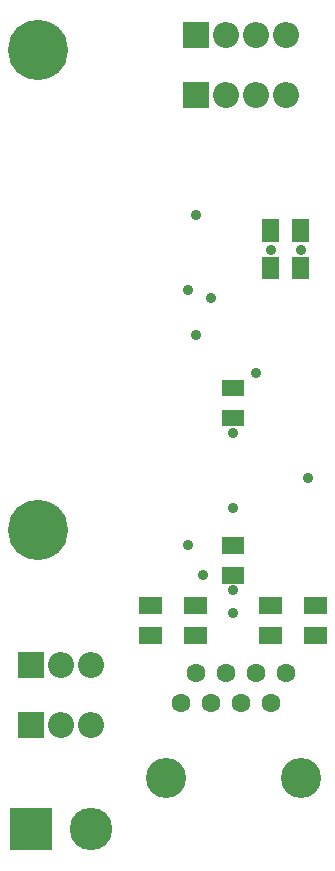
<source format=gbs>
G04 #@! TF.GenerationSoftware,KiCad,Pcbnew,(5.1.6)-1*
G04 #@! TF.CreationDate,2023-01-22T16:57:25+01:00*
G04 #@! TF.ProjectId,testing-board,74657374-696e-4672-9d62-6f6172642e6b,rev?*
G04 #@! TF.SameCoordinates,Original*
G04 #@! TF.FileFunction,Soldermask,Bot*
G04 #@! TF.FilePolarity,Negative*
%FSLAX46Y46*%
G04 Gerber Fmt 4.6, Leading zero omitted, Abs format (unit mm)*
G04 Created by KiCad (PCBNEW (5.1.6)-1) date 2023-01-22 16:57:25*
%MOMM*%
%LPD*%
G01*
G04 APERTURE LIST*
%ADD10C,5.100000*%
%ADD11C,0.900000*%
%ADD12C,0.100000*%
%ADD13O,2.200000X2.200000*%
%ADD14R,2.200000X2.200000*%
%ADD15R,3.600000X3.600000*%
%ADD16C,3.600000*%
%ADD17C,1.600000*%
%ADD18C,3.400000*%
G04 APERTURE END LIST*
D10*
X118745000Y-106045000D03*
X118745000Y-65405000D03*
D11*
X132080000Y-89535000D03*
X132080000Y-79375000D03*
X140970000Y-82296000D03*
X138430000Y-82296000D03*
X131445000Y-85725000D03*
X133350000Y-86360000D03*
X131445000Y-107315000D03*
X135255000Y-97790000D03*
X141605000Y-101600000D03*
X137160000Y-92710000D03*
X132715000Y-109855000D03*
X135255000Y-113030000D03*
X135255000Y-104140000D03*
X135255000Y-111125000D03*
D12*
G36*
X136205000Y-94680000D02*
G01*
X134305000Y-94680000D01*
X134305000Y-93280000D01*
X136205000Y-93280000D01*
X136205000Y-94680000D01*
G37*
G36*
X136205000Y-97220000D02*
G01*
X134305000Y-97220000D01*
X134305000Y-95820000D01*
X136205000Y-95820000D01*
X136205000Y-97220000D01*
G37*
G36*
X136205000Y-108015000D02*
G01*
X134305000Y-108015000D01*
X134305000Y-106615000D01*
X136205000Y-106615000D01*
X136205000Y-108015000D01*
G37*
G36*
X136205000Y-110555000D02*
G01*
X134305000Y-110555000D01*
X134305000Y-109155000D01*
X136205000Y-109155000D01*
X136205000Y-110555000D01*
G37*
G36*
X129220000Y-113095000D02*
G01*
X127320000Y-113095000D01*
X127320000Y-111695000D01*
X129220000Y-111695000D01*
X129220000Y-113095000D01*
G37*
G36*
X129220000Y-115635000D02*
G01*
X127320000Y-115635000D01*
X127320000Y-114235000D01*
X129220000Y-114235000D01*
X129220000Y-115635000D01*
G37*
G36*
X133030000Y-113095000D02*
G01*
X131130000Y-113095000D01*
X131130000Y-111695000D01*
X133030000Y-111695000D01*
X133030000Y-113095000D01*
G37*
G36*
X133030000Y-115635000D02*
G01*
X131130000Y-115635000D01*
X131130000Y-114235000D01*
X133030000Y-114235000D01*
X133030000Y-115635000D01*
G37*
G36*
X139380000Y-113095000D02*
G01*
X137480000Y-113095000D01*
X137480000Y-111695000D01*
X139380000Y-111695000D01*
X139380000Y-113095000D01*
G37*
G36*
X139380000Y-115635000D02*
G01*
X137480000Y-115635000D01*
X137480000Y-114235000D01*
X139380000Y-114235000D01*
X139380000Y-115635000D01*
G37*
G36*
X143190000Y-113095000D02*
G01*
X141290000Y-113095000D01*
X141290000Y-111695000D01*
X143190000Y-111695000D01*
X143190000Y-113095000D01*
G37*
G36*
X143190000Y-115635000D02*
G01*
X141290000Y-115635000D01*
X141290000Y-114235000D01*
X143190000Y-114235000D01*
X143190000Y-115635000D01*
G37*
D13*
X134620000Y-69215000D03*
X139700000Y-69215000D03*
D14*
X132080000Y-69215000D03*
D13*
X137160000Y-69215000D03*
X139700000Y-64135000D03*
X137160000Y-64135000D03*
X134620000Y-64135000D03*
D14*
X132080000Y-64135000D03*
X118110000Y-122555000D03*
D13*
X123190000Y-122555000D03*
X120650000Y-122555000D03*
D14*
X118110000Y-117475000D03*
D13*
X123190000Y-117475000D03*
X120650000Y-117475000D03*
D15*
X118110000Y-131318000D03*
D16*
X123190000Y-131318000D03*
D17*
X133351000Y-120650000D03*
X139701000Y-118110000D03*
D18*
X129539000Y-127000000D03*
D17*
X138431000Y-120650000D03*
X132081000Y-118110000D03*
X135891000Y-120650000D03*
X134621000Y-118110000D03*
X137161000Y-118110000D03*
X130811000Y-120650000D03*
D18*
X140971000Y-127000000D03*
D12*
G36*
X140270000Y-84770000D02*
G01*
X140270000Y-82870000D01*
X141670000Y-82870000D01*
X141670000Y-84770000D01*
X140270000Y-84770000D01*
G37*
G36*
X137730000Y-84770000D02*
G01*
X137730000Y-82870000D01*
X139130000Y-82870000D01*
X139130000Y-84770000D01*
X137730000Y-84770000D01*
G37*
G36*
X140270000Y-81595000D02*
G01*
X140270000Y-79695000D01*
X141670000Y-79695000D01*
X141670000Y-81595000D01*
X140270000Y-81595000D01*
G37*
G36*
X137730000Y-81595000D02*
G01*
X137730000Y-79695000D01*
X139130000Y-79695000D01*
X139130000Y-81595000D01*
X137730000Y-81595000D01*
G37*
M02*

</source>
